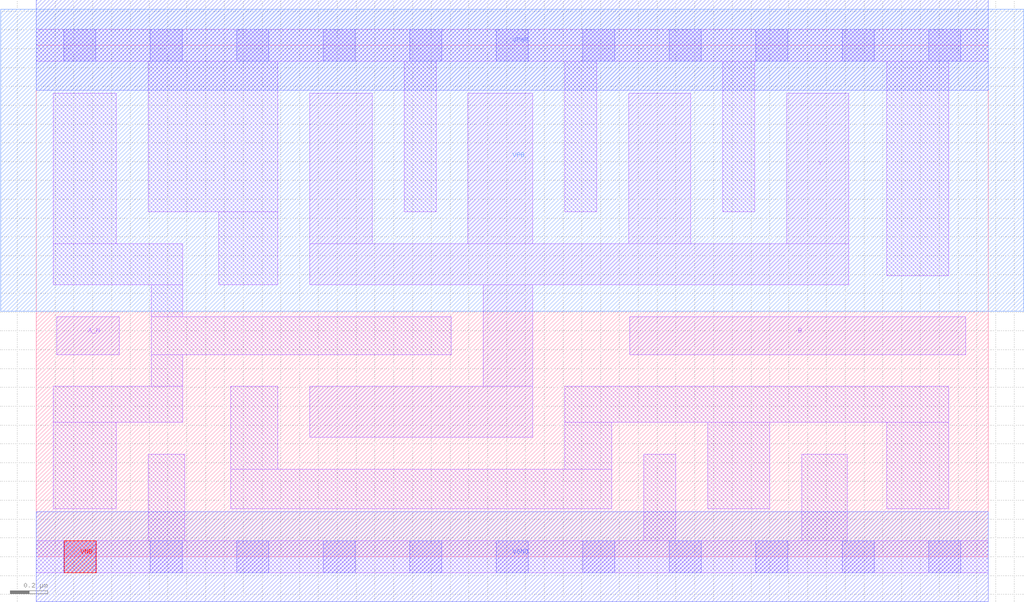
<source format=lef>
# Copyright 2020 The SkyWater PDK Authors
#
# Licensed under the Apache License, Version 2.0 (the "License");
# you may not use this file except in compliance with the License.
# You may obtain a copy of the License at
#
#     https://www.apache.org/licenses/LICENSE-2.0
#
# Unless required by applicable law or agreed to in writing, software
# distributed under the License is distributed on an "AS IS" BASIS,
# WITHOUT WARRANTIES OR CONDITIONS OF ANY KIND, either express or implied.
# See the License for the specific language governing permissions and
# limitations under the License.
#
# SPDX-License-Identifier: Apache-2.0

VERSION 5.7 ;
  NOWIREEXTENSIONATPIN ON ;
  DIVIDERCHAR "/" ;
  BUSBITCHARS "[]" ;
MACRO sky130_fd_sc_hd__nand2b_4
  CLASS CORE ;
  FOREIGN sky130_fd_sc_hd__nand2b_4 ;
  ORIGIN  0.000000  0.000000 ;
  SIZE  5.060000 BY  2.720000 ;
  SYMMETRY X Y R90 ;
  SITE unithd ;
  PIN A_N
    ANTENNAGATEAREA  0.247500 ;
    DIRECTION INPUT ;
    USE SIGNAL ;
    PORT
      LAYER li1 ;
        RECT 0.110000 1.075000 0.440000 1.275000 ;
    END
  END A_N
  PIN B
    ANTENNAGATEAREA  0.990000 ;
    DIRECTION INPUT ;
    USE SIGNAL ;
    PORT
      LAYER li1 ;
        RECT 3.155000 1.075000 4.940000 1.275000 ;
    END
  END B
  PIN Y
    ANTENNADIFFAREA  1.431000 ;
    DIRECTION OUTPUT ;
    USE SIGNAL ;
    PORT
      LAYER li1 ;
        RECT 1.455000 0.635000 2.640000 0.905000 ;
        RECT 1.455000 1.445000 4.320000 1.665000 ;
        RECT 1.455000 1.665000 1.785000 2.465000 ;
        RECT 2.295000 1.665000 2.640000 2.465000 ;
        RECT 2.375000 0.905000 2.640000 1.445000 ;
        RECT 3.150000 1.665000 3.480000 2.465000 ;
        RECT 3.990000 1.665000 4.320000 2.465000 ;
    END
  END Y
  PIN VGND
    DIRECTION INOUT ;
    SHAPE ABUTMENT ;
    USE GROUND ;
    PORT
      LAYER met1 ;
        RECT 0.000000 -0.240000 5.060000 0.240000 ;
    END
  END VGND
  PIN VNB
    DIRECTION INOUT ;
    USE GROUND ;
    PORT
      LAYER pwell ;
        RECT 0.150000 -0.085000 0.320000 0.085000 ;
    END
  END VNB
  PIN VPB
    DIRECTION INOUT ;
    USE POWER ;
    PORT
      LAYER nwell ;
        RECT -0.190000 1.305000 5.250000 2.910000 ;
    END
  END VPB
  PIN VPWR
    DIRECTION INOUT ;
    SHAPE ABUTMENT ;
    USE POWER ;
    PORT
      LAYER met1 ;
        RECT 0.000000 2.480000 5.060000 2.960000 ;
    END
  END VPWR
  OBS
    LAYER li1 ;
      RECT 0.000000 -0.085000 5.060000 0.085000 ;
      RECT 0.000000  2.635000 5.060000 2.805000 ;
      RECT 0.090000  0.255000 0.425000 0.715000 ;
      RECT 0.090000  0.715000 0.780000 0.905000 ;
      RECT 0.090000  1.445000 0.780000 1.665000 ;
      RECT 0.090000  1.665000 0.425000 2.465000 ;
      RECT 0.595000  0.085000 0.790000 0.545000 ;
      RECT 0.595000  1.835000 1.285000 2.635000 ;
      RECT 0.610000  0.905000 0.780000 1.075000 ;
      RECT 0.610000  1.075000 2.205000 1.275000 ;
      RECT 0.610000  1.275000 0.780000 1.445000 ;
      RECT 0.970000  1.445000 1.285000 1.835000 ;
      RECT 1.035000  0.255000 3.060000 0.465000 ;
      RECT 1.035000  0.465000 1.285000 0.905000 ;
      RECT 1.955000  1.835000 2.125000 2.635000 ;
      RECT 2.810000  0.465000 3.060000 0.715000 ;
      RECT 2.810000  0.715000 4.850000 0.905000 ;
      RECT 2.810000  1.835000 2.980000 2.635000 ;
      RECT 3.230000  0.085000 3.400000 0.545000 ;
      RECT 3.570000  0.255000 3.900000 0.715000 ;
      RECT 3.650000  1.835000 3.820000 2.635000 ;
      RECT 4.070000  0.085000 4.310000 0.545000 ;
      RECT 4.520000  0.255000 4.850000 0.715000 ;
      RECT 4.520000  1.495000 4.850000 2.635000 ;
    LAYER mcon ;
      RECT 0.145000 -0.085000 0.315000 0.085000 ;
      RECT 0.145000  2.635000 0.315000 2.805000 ;
      RECT 0.605000 -0.085000 0.775000 0.085000 ;
      RECT 0.605000  2.635000 0.775000 2.805000 ;
      RECT 1.065000 -0.085000 1.235000 0.085000 ;
      RECT 1.065000  2.635000 1.235000 2.805000 ;
      RECT 1.525000 -0.085000 1.695000 0.085000 ;
      RECT 1.525000  2.635000 1.695000 2.805000 ;
      RECT 1.985000 -0.085000 2.155000 0.085000 ;
      RECT 1.985000  2.635000 2.155000 2.805000 ;
      RECT 2.445000 -0.085000 2.615000 0.085000 ;
      RECT 2.445000  2.635000 2.615000 2.805000 ;
      RECT 2.905000 -0.085000 3.075000 0.085000 ;
      RECT 2.905000  2.635000 3.075000 2.805000 ;
      RECT 3.365000 -0.085000 3.535000 0.085000 ;
      RECT 3.365000  2.635000 3.535000 2.805000 ;
      RECT 3.825000 -0.085000 3.995000 0.085000 ;
      RECT 3.825000  2.635000 3.995000 2.805000 ;
      RECT 4.285000 -0.085000 4.455000 0.085000 ;
      RECT 4.285000  2.635000 4.455000 2.805000 ;
      RECT 4.745000 -0.085000 4.915000 0.085000 ;
      RECT 4.745000  2.635000 4.915000 2.805000 ;
  END
END sky130_fd_sc_hd__nand2b_4
END LIBRARY

</source>
